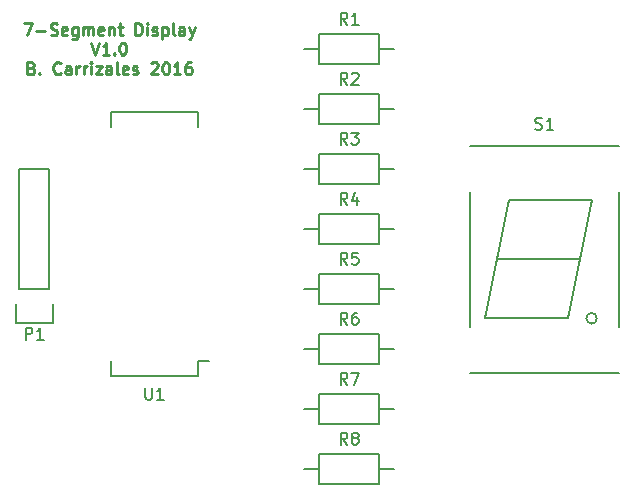
<source format=gto>
G04 #@! TF.FileFunction,Legend,Top*
%FSLAX46Y46*%
G04 Gerber Fmt 4.6, Leading zero omitted, Abs format (unit mm)*
G04 Created by KiCad (PCBNEW 4.0.2-stable) date Monday, September 05, 2016 'PMt' 12:23:40 PM*
%MOMM*%
G01*
G04 APERTURE LIST*
%ADD10C,0.100000*%
%ADD11C,0.250000*%
%ADD12C,0.150000*%
G04 APERTURE END LIST*
D10*
D11*
X112165714Y-70192381D02*
X112832381Y-70192381D01*
X112403809Y-71192381D01*
X113213333Y-70811429D02*
X113975238Y-70811429D01*
X114403809Y-71144762D02*
X114546666Y-71192381D01*
X114784762Y-71192381D01*
X114880000Y-71144762D01*
X114927619Y-71097143D01*
X114975238Y-71001905D01*
X114975238Y-70906667D01*
X114927619Y-70811429D01*
X114880000Y-70763810D01*
X114784762Y-70716190D01*
X114594285Y-70668571D01*
X114499047Y-70620952D01*
X114451428Y-70573333D01*
X114403809Y-70478095D01*
X114403809Y-70382857D01*
X114451428Y-70287619D01*
X114499047Y-70240000D01*
X114594285Y-70192381D01*
X114832381Y-70192381D01*
X114975238Y-70240000D01*
X115784762Y-71144762D02*
X115689524Y-71192381D01*
X115499047Y-71192381D01*
X115403809Y-71144762D01*
X115356190Y-71049524D01*
X115356190Y-70668571D01*
X115403809Y-70573333D01*
X115499047Y-70525714D01*
X115689524Y-70525714D01*
X115784762Y-70573333D01*
X115832381Y-70668571D01*
X115832381Y-70763810D01*
X115356190Y-70859048D01*
X116689524Y-70525714D02*
X116689524Y-71335238D01*
X116641905Y-71430476D01*
X116594286Y-71478095D01*
X116499047Y-71525714D01*
X116356190Y-71525714D01*
X116260952Y-71478095D01*
X116689524Y-71144762D02*
X116594286Y-71192381D01*
X116403809Y-71192381D01*
X116308571Y-71144762D01*
X116260952Y-71097143D01*
X116213333Y-71001905D01*
X116213333Y-70716190D01*
X116260952Y-70620952D01*
X116308571Y-70573333D01*
X116403809Y-70525714D01*
X116594286Y-70525714D01*
X116689524Y-70573333D01*
X117165714Y-71192381D02*
X117165714Y-70525714D01*
X117165714Y-70620952D02*
X117213333Y-70573333D01*
X117308571Y-70525714D01*
X117451429Y-70525714D01*
X117546667Y-70573333D01*
X117594286Y-70668571D01*
X117594286Y-71192381D01*
X117594286Y-70668571D02*
X117641905Y-70573333D01*
X117737143Y-70525714D01*
X117880000Y-70525714D01*
X117975238Y-70573333D01*
X118022857Y-70668571D01*
X118022857Y-71192381D01*
X118880000Y-71144762D02*
X118784762Y-71192381D01*
X118594285Y-71192381D01*
X118499047Y-71144762D01*
X118451428Y-71049524D01*
X118451428Y-70668571D01*
X118499047Y-70573333D01*
X118594285Y-70525714D01*
X118784762Y-70525714D01*
X118880000Y-70573333D01*
X118927619Y-70668571D01*
X118927619Y-70763810D01*
X118451428Y-70859048D01*
X119356190Y-70525714D02*
X119356190Y-71192381D01*
X119356190Y-70620952D02*
X119403809Y-70573333D01*
X119499047Y-70525714D01*
X119641905Y-70525714D01*
X119737143Y-70573333D01*
X119784762Y-70668571D01*
X119784762Y-71192381D01*
X120118095Y-70525714D02*
X120499047Y-70525714D01*
X120260952Y-70192381D02*
X120260952Y-71049524D01*
X120308571Y-71144762D01*
X120403809Y-71192381D01*
X120499047Y-71192381D01*
X121594286Y-71192381D02*
X121594286Y-70192381D01*
X121832381Y-70192381D01*
X121975239Y-70240000D01*
X122070477Y-70335238D01*
X122118096Y-70430476D01*
X122165715Y-70620952D01*
X122165715Y-70763810D01*
X122118096Y-70954286D01*
X122070477Y-71049524D01*
X121975239Y-71144762D01*
X121832381Y-71192381D01*
X121594286Y-71192381D01*
X122594286Y-71192381D02*
X122594286Y-70525714D01*
X122594286Y-70192381D02*
X122546667Y-70240000D01*
X122594286Y-70287619D01*
X122641905Y-70240000D01*
X122594286Y-70192381D01*
X122594286Y-70287619D01*
X123022857Y-71144762D02*
X123118095Y-71192381D01*
X123308571Y-71192381D01*
X123403810Y-71144762D01*
X123451429Y-71049524D01*
X123451429Y-71001905D01*
X123403810Y-70906667D01*
X123308571Y-70859048D01*
X123165714Y-70859048D01*
X123070476Y-70811429D01*
X123022857Y-70716190D01*
X123022857Y-70668571D01*
X123070476Y-70573333D01*
X123165714Y-70525714D01*
X123308571Y-70525714D01*
X123403810Y-70573333D01*
X123880000Y-70525714D02*
X123880000Y-71525714D01*
X123880000Y-70573333D02*
X123975238Y-70525714D01*
X124165715Y-70525714D01*
X124260953Y-70573333D01*
X124308572Y-70620952D01*
X124356191Y-70716190D01*
X124356191Y-71001905D01*
X124308572Y-71097143D01*
X124260953Y-71144762D01*
X124165715Y-71192381D01*
X123975238Y-71192381D01*
X123880000Y-71144762D01*
X124927619Y-71192381D02*
X124832381Y-71144762D01*
X124784762Y-71049524D01*
X124784762Y-70192381D01*
X125737144Y-71192381D02*
X125737144Y-70668571D01*
X125689525Y-70573333D01*
X125594287Y-70525714D01*
X125403810Y-70525714D01*
X125308572Y-70573333D01*
X125737144Y-71144762D02*
X125641906Y-71192381D01*
X125403810Y-71192381D01*
X125308572Y-71144762D01*
X125260953Y-71049524D01*
X125260953Y-70954286D01*
X125308572Y-70859048D01*
X125403810Y-70811429D01*
X125641906Y-70811429D01*
X125737144Y-70763810D01*
X126118096Y-70525714D02*
X126356191Y-71192381D01*
X126594287Y-70525714D02*
X126356191Y-71192381D01*
X126260953Y-71430476D01*
X126213334Y-71478095D01*
X126118096Y-71525714D01*
X117856191Y-71842381D02*
X118189524Y-72842381D01*
X118522858Y-71842381D01*
X119380001Y-72842381D02*
X118808572Y-72842381D01*
X119094286Y-72842381D02*
X119094286Y-71842381D01*
X118999048Y-71985238D01*
X118903810Y-72080476D01*
X118808572Y-72128095D01*
X119808572Y-72747143D02*
X119856191Y-72794762D01*
X119808572Y-72842381D01*
X119760953Y-72794762D01*
X119808572Y-72747143D01*
X119808572Y-72842381D01*
X120475238Y-71842381D02*
X120570477Y-71842381D01*
X120665715Y-71890000D01*
X120713334Y-71937619D01*
X120760953Y-72032857D01*
X120808572Y-72223333D01*
X120808572Y-72461429D01*
X120760953Y-72651905D01*
X120713334Y-72747143D01*
X120665715Y-72794762D01*
X120570477Y-72842381D01*
X120475238Y-72842381D01*
X120380000Y-72794762D01*
X120332381Y-72747143D01*
X120284762Y-72651905D01*
X120237143Y-72461429D01*
X120237143Y-72223333D01*
X120284762Y-72032857D01*
X120332381Y-71937619D01*
X120380000Y-71890000D01*
X120475238Y-71842381D01*
X112784762Y-73968571D02*
X112927619Y-74016190D01*
X112975238Y-74063810D01*
X113022857Y-74159048D01*
X113022857Y-74301905D01*
X112975238Y-74397143D01*
X112927619Y-74444762D01*
X112832381Y-74492381D01*
X112451428Y-74492381D01*
X112451428Y-73492381D01*
X112784762Y-73492381D01*
X112880000Y-73540000D01*
X112927619Y-73587619D01*
X112975238Y-73682857D01*
X112975238Y-73778095D01*
X112927619Y-73873333D01*
X112880000Y-73920952D01*
X112784762Y-73968571D01*
X112451428Y-73968571D01*
X113451428Y-74397143D02*
X113499047Y-74444762D01*
X113451428Y-74492381D01*
X113403809Y-74444762D01*
X113451428Y-74397143D01*
X113451428Y-74492381D01*
X115260952Y-74397143D02*
X115213333Y-74444762D01*
X115070476Y-74492381D01*
X114975238Y-74492381D01*
X114832380Y-74444762D01*
X114737142Y-74349524D01*
X114689523Y-74254286D01*
X114641904Y-74063810D01*
X114641904Y-73920952D01*
X114689523Y-73730476D01*
X114737142Y-73635238D01*
X114832380Y-73540000D01*
X114975238Y-73492381D01*
X115070476Y-73492381D01*
X115213333Y-73540000D01*
X115260952Y-73587619D01*
X116118095Y-74492381D02*
X116118095Y-73968571D01*
X116070476Y-73873333D01*
X115975238Y-73825714D01*
X115784761Y-73825714D01*
X115689523Y-73873333D01*
X116118095Y-74444762D02*
X116022857Y-74492381D01*
X115784761Y-74492381D01*
X115689523Y-74444762D01*
X115641904Y-74349524D01*
X115641904Y-74254286D01*
X115689523Y-74159048D01*
X115784761Y-74111429D01*
X116022857Y-74111429D01*
X116118095Y-74063810D01*
X116594285Y-74492381D02*
X116594285Y-73825714D01*
X116594285Y-74016190D02*
X116641904Y-73920952D01*
X116689523Y-73873333D01*
X116784761Y-73825714D01*
X116880000Y-73825714D01*
X117213333Y-74492381D02*
X117213333Y-73825714D01*
X117213333Y-74016190D02*
X117260952Y-73920952D01*
X117308571Y-73873333D01*
X117403809Y-73825714D01*
X117499048Y-73825714D01*
X117832381Y-74492381D02*
X117832381Y-73825714D01*
X117832381Y-73492381D02*
X117784762Y-73540000D01*
X117832381Y-73587619D01*
X117880000Y-73540000D01*
X117832381Y-73492381D01*
X117832381Y-73587619D01*
X118213333Y-73825714D02*
X118737143Y-73825714D01*
X118213333Y-74492381D01*
X118737143Y-74492381D01*
X119546667Y-74492381D02*
X119546667Y-73968571D01*
X119499048Y-73873333D01*
X119403810Y-73825714D01*
X119213333Y-73825714D01*
X119118095Y-73873333D01*
X119546667Y-74444762D02*
X119451429Y-74492381D01*
X119213333Y-74492381D01*
X119118095Y-74444762D01*
X119070476Y-74349524D01*
X119070476Y-74254286D01*
X119118095Y-74159048D01*
X119213333Y-74111429D01*
X119451429Y-74111429D01*
X119546667Y-74063810D01*
X120165714Y-74492381D02*
X120070476Y-74444762D01*
X120022857Y-74349524D01*
X120022857Y-73492381D01*
X120927620Y-74444762D02*
X120832382Y-74492381D01*
X120641905Y-74492381D01*
X120546667Y-74444762D01*
X120499048Y-74349524D01*
X120499048Y-73968571D01*
X120546667Y-73873333D01*
X120641905Y-73825714D01*
X120832382Y-73825714D01*
X120927620Y-73873333D01*
X120975239Y-73968571D01*
X120975239Y-74063810D01*
X120499048Y-74159048D01*
X121356191Y-74444762D02*
X121451429Y-74492381D01*
X121641905Y-74492381D01*
X121737144Y-74444762D01*
X121784763Y-74349524D01*
X121784763Y-74301905D01*
X121737144Y-74206667D01*
X121641905Y-74159048D01*
X121499048Y-74159048D01*
X121403810Y-74111429D01*
X121356191Y-74016190D01*
X121356191Y-73968571D01*
X121403810Y-73873333D01*
X121499048Y-73825714D01*
X121641905Y-73825714D01*
X121737144Y-73873333D01*
X122927620Y-73587619D02*
X122975239Y-73540000D01*
X123070477Y-73492381D01*
X123308573Y-73492381D01*
X123403811Y-73540000D01*
X123451430Y-73587619D01*
X123499049Y-73682857D01*
X123499049Y-73778095D01*
X123451430Y-73920952D01*
X122880001Y-74492381D01*
X123499049Y-74492381D01*
X124118096Y-73492381D02*
X124213335Y-73492381D01*
X124308573Y-73540000D01*
X124356192Y-73587619D01*
X124403811Y-73682857D01*
X124451430Y-73873333D01*
X124451430Y-74111429D01*
X124403811Y-74301905D01*
X124356192Y-74397143D01*
X124308573Y-74444762D01*
X124213335Y-74492381D01*
X124118096Y-74492381D01*
X124022858Y-74444762D01*
X123975239Y-74397143D01*
X123927620Y-74301905D01*
X123880001Y-74111429D01*
X123880001Y-73873333D01*
X123927620Y-73682857D01*
X123975239Y-73587619D01*
X124022858Y-73540000D01*
X124118096Y-73492381D01*
X125403811Y-74492381D02*
X124832382Y-74492381D01*
X125118096Y-74492381D02*
X125118096Y-73492381D01*
X125022858Y-73635238D01*
X124927620Y-73730476D01*
X124832382Y-73778095D01*
X126260954Y-73492381D02*
X126070477Y-73492381D01*
X125975239Y-73540000D01*
X125927620Y-73587619D01*
X125832382Y-73730476D01*
X125784763Y-73920952D01*
X125784763Y-74301905D01*
X125832382Y-74397143D01*
X125880001Y-74444762D01*
X125975239Y-74492381D01*
X126165716Y-74492381D01*
X126260954Y-74444762D01*
X126308573Y-74397143D01*
X126356192Y-74301905D01*
X126356192Y-74063810D01*
X126308573Y-73968571D01*
X126260954Y-73920952D01*
X126165716Y-73873333D01*
X125975239Y-73873333D01*
X125880001Y-73920952D01*
X125832382Y-73968571D01*
X125784763Y-74063810D01*
D12*
X114580000Y-93980000D02*
X114580000Y-95530000D01*
X114580000Y-95530000D02*
X111480000Y-95530000D01*
X111480000Y-95530000D02*
X111480000Y-93980000D01*
X111760000Y-92710000D02*
X111760000Y-82550000D01*
X111760000Y-82550000D02*
X114300000Y-82550000D01*
X114300000Y-82550000D02*
X114300000Y-92710000D01*
X111760000Y-92710000D02*
X114300000Y-92710000D01*
X137160000Y-71120000D02*
X142240000Y-71120000D01*
X142240000Y-71120000D02*
X142240000Y-73660000D01*
X142240000Y-73660000D02*
X137160000Y-73660000D01*
X137160000Y-73660000D02*
X137160000Y-71120000D01*
X137160000Y-72390000D02*
X135890000Y-72390000D01*
X142240000Y-72390000D02*
X143510000Y-72390000D01*
X137160000Y-76200000D02*
X142240000Y-76200000D01*
X142240000Y-76200000D02*
X142240000Y-78740000D01*
X142240000Y-78740000D02*
X137160000Y-78740000D01*
X137160000Y-78740000D02*
X137160000Y-76200000D01*
X137160000Y-77470000D02*
X135890000Y-77470000D01*
X142240000Y-77470000D02*
X143510000Y-77470000D01*
X137160000Y-81280000D02*
X142240000Y-81280000D01*
X142240000Y-81280000D02*
X142240000Y-83820000D01*
X142240000Y-83820000D02*
X137160000Y-83820000D01*
X137160000Y-83820000D02*
X137160000Y-81280000D01*
X137160000Y-82550000D02*
X135890000Y-82550000D01*
X142240000Y-82550000D02*
X143510000Y-82550000D01*
X137160000Y-86360000D02*
X142240000Y-86360000D01*
X142240000Y-86360000D02*
X142240000Y-88900000D01*
X142240000Y-88900000D02*
X137160000Y-88900000D01*
X137160000Y-88900000D02*
X137160000Y-86360000D01*
X137160000Y-87630000D02*
X135890000Y-87630000D01*
X142240000Y-87630000D02*
X143510000Y-87630000D01*
X137160000Y-91440000D02*
X142240000Y-91440000D01*
X142240000Y-91440000D02*
X142240000Y-93980000D01*
X142240000Y-93980000D02*
X137160000Y-93980000D01*
X137160000Y-93980000D02*
X137160000Y-91440000D01*
X137160000Y-92710000D02*
X135890000Y-92710000D01*
X142240000Y-92710000D02*
X143510000Y-92710000D01*
X137160000Y-96520000D02*
X142240000Y-96520000D01*
X142240000Y-96520000D02*
X142240000Y-99060000D01*
X142240000Y-99060000D02*
X137160000Y-99060000D01*
X137160000Y-99060000D02*
X137160000Y-96520000D01*
X137160000Y-97790000D02*
X135890000Y-97790000D01*
X142240000Y-97790000D02*
X143510000Y-97790000D01*
X137160000Y-101600000D02*
X142240000Y-101600000D01*
X142240000Y-101600000D02*
X142240000Y-104140000D01*
X142240000Y-104140000D02*
X137160000Y-104140000D01*
X137160000Y-104140000D02*
X137160000Y-101600000D01*
X137160000Y-102870000D02*
X135890000Y-102870000D01*
X142240000Y-102870000D02*
X143510000Y-102870000D01*
X137160000Y-106680000D02*
X142240000Y-106680000D01*
X142240000Y-106680000D02*
X142240000Y-109220000D01*
X142240000Y-109220000D02*
X137160000Y-109220000D01*
X137160000Y-109220000D02*
X137160000Y-106680000D01*
X137160000Y-107950000D02*
X135890000Y-107950000D01*
X142240000Y-107950000D02*
X143510000Y-107950000D01*
X160657214Y-95170000D02*
G75*
G03X160657214Y-95170000I-447214J0D01*
G01*
X153210000Y-85170000D02*
X152210000Y-90170000D01*
X152210000Y-90170000D02*
X151210000Y-95170000D01*
X151210000Y-95170000D02*
X158210000Y-95170000D01*
X158210000Y-95170000D02*
X159210000Y-90170000D01*
X160210000Y-85170000D02*
X159210000Y-90170000D01*
X159210000Y-90170000D02*
X152210000Y-90170000D01*
X153210000Y-85170000D02*
X160210000Y-85170000D01*
X162510000Y-99770000D02*
X149910000Y-99770000D01*
X149910000Y-84470000D02*
X149910000Y-95870000D01*
X162510000Y-84470000D02*
X162510000Y-95870000D01*
X149910000Y-80570000D02*
X162510000Y-80570000D01*
X126865000Y-100085000D02*
X126865000Y-98815000D01*
X119515000Y-100085000D02*
X119515000Y-98815000D01*
X119515000Y-77715000D02*
X119515000Y-78985000D01*
X126865000Y-77715000D02*
X126865000Y-78985000D01*
X126865000Y-100085000D02*
X119515000Y-100085000D01*
X126865000Y-77715000D02*
X119515000Y-77715000D01*
X126865000Y-98815000D02*
X127800000Y-98815000D01*
X112291905Y-96972381D02*
X112291905Y-95972381D01*
X112672858Y-95972381D01*
X112768096Y-96020000D01*
X112815715Y-96067619D01*
X112863334Y-96162857D01*
X112863334Y-96305714D01*
X112815715Y-96400952D01*
X112768096Y-96448571D01*
X112672858Y-96496190D01*
X112291905Y-96496190D01*
X113815715Y-96972381D02*
X113244286Y-96972381D01*
X113530000Y-96972381D02*
X113530000Y-95972381D01*
X113434762Y-96115238D01*
X113339524Y-96210476D01*
X113244286Y-96258095D01*
X139533334Y-70302381D02*
X139200000Y-69826190D01*
X138961905Y-70302381D02*
X138961905Y-69302381D01*
X139342858Y-69302381D01*
X139438096Y-69350000D01*
X139485715Y-69397619D01*
X139533334Y-69492857D01*
X139533334Y-69635714D01*
X139485715Y-69730952D01*
X139438096Y-69778571D01*
X139342858Y-69826190D01*
X138961905Y-69826190D01*
X140485715Y-70302381D02*
X139914286Y-70302381D01*
X140200000Y-70302381D02*
X140200000Y-69302381D01*
X140104762Y-69445238D01*
X140009524Y-69540476D01*
X139914286Y-69588095D01*
X139533334Y-75382381D02*
X139200000Y-74906190D01*
X138961905Y-75382381D02*
X138961905Y-74382381D01*
X139342858Y-74382381D01*
X139438096Y-74430000D01*
X139485715Y-74477619D01*
X139533334Y-74572857D01*
X139533334Y-74715714D01*
X139485715Y-74810952D01*
X139438096Y-74858571D01*
X139342858Y-74906190D01*
X138961905Y-74906190D01*
X139914286Y-74477619D02*
X139961905Y-74430000D01*
X140057143Y-74382381D01*
X140295239Y-74382381D01*
X140390477Y-74430000D01*
X140438096Y-74477619D01*
X140485715Y-74572857D01*
X140485715Y-74668095D01*
X140438096Y-74810952D01*
X139866667Y-75382381D01*
X140485715Y-75382381D01*
X139533334Y-80462381D02*
X139200000Y-79986190D01*
X138961905Y-80462381D02*
X138961905Y-79462381D01*
X139342858Y-79462381D01*
X139438096Y-79510000D01*
X139485715Y-79557619D01*
X139533334Y-79652857D01*
X139533334Y-79795714D01*
X139485715Y-79890952D01*
X139438096Y-79938571D01*
X139342858Y-79986190D01*
X138961905Y-79986190D01*
X139866667Y-79462381D02*
X140485715Y-79462381D01*
X140152381Y-79843333D01*
X140295239Y-79843333D01*
X140390477Y-79890952D01*
X140438096Y-79938571D01*
X140485715Y-80033810D01*
X140485715Y-80271905D01*
X140438096Y-80367143D01*
X140390477Y-80414762D01*
X140295239Y-80462381D01*
X140009524Y-80462381D01*
X139914286Y-80414762D01*
X139866667Y-80367143D01*
X139533334Y-85542381D02*
X139200000Y-85066190D01*
X138961905Y-85542381D02*
X138961905Y-84542381D01*
X139342858Y-84542381D01*
X139438096Y-84590000D01*
X139485715Y-84637619D01*
X139533334Y-84732857D01*
X139533334Y-84875714D01*
X139485715Y-84970952D01*
X139438096Y-85018571D01*
X139342858Y-85066190D01*
X138961905Y-85066190D01*
X140390477Y-84875714D02*
X140390477Y-85542381D01*
X140152381Y-84494762D02*
X139914286Y-85209048D01*
X140533334Y-85209048D01*
X139533334Y-90622381D02*
X139200000Y-90146190D01*
X138961905Y-90622381D02*
X138961905Y-89622381D01*
X139342858Y-89622381D01*
X139438096Y-89670000D01*
X139485715Y-89717619D01*
X139533334Y-89812857D01*
X139533334Y-89955714D01*
X139485715Y-90050952D01*
X139438096Y-90098571D01*
X139342858Y-90146190D01*
X138961905Y-90146190D01*
X140438096Y-89622381D02*
X139961905Y-89622381D01*
X139914286Y-90098571D01*
X139961905Y-90050952D01*
X140057143Y-90003333D01*
X140295239Y-90003333D01*
X140390477Y-90050952D01*
X140438096Y-90098571D01*
X140485715Y-90193810D01*
X140485715Y-90431905D01*
X140438096Y-90527143D01*
X140390477Y-90574762D01*
X140295239Y-90622381D01*
X140057143Y-90622381D01*
X139961905Y-90574762D01*
X139914286Y-90527143D01*
X139533334Y-95702381D02*
X139200000Y-95226190D01*
X138961905Y-95702381D02*
X138961905Y-94702381D01*
X139342858Y-94702381D01*
X139438096Y-94750000D01*
X139485715Y-94797619D01*
X139533334Y-94892857D01*
X139533334Y-95035714D01*
X139485715Y-95130952D01*
X139438096Y-95178571D01*
X139342858Y-95226190D01*
X138961905Y-95226190D01*
X140390477Y-94702381D02*
X140200000Y-94702381D01*
X140104762Y-94750000D01*
X140057143Y-94797619D01*
X139961905Y-94940476D01*
X139914286Y-95130952D01*
X139914286Y-95511905D01*
X139961905Y-95607143D01*
X140009524Y-95654762D01*
X140104762Y-95702381D01*
X140295239Y-95702381D01*
X140390477Y-95654762D01*
X140438096Y-95607143D01*
X140485715Y-95511905D01*
X140485715Y-95273810D01*
X140438096Y-95178571D01*
X140390477Y-95130952D01*
X140295239Y-95083333D01*
X140104762Y-95083333D01*
X140009524Y-95130952D01*
X139961905Y-95178571D01*
X139914286Y-95273810D01*
X139533334Y-100782381D02*
X139200000Y-100306190D01*
X138961905Y-100782381D02*
X138961905Y-99782381D01*
X139342858Y-99782381D01*
X139438096Y-99830000D01*
X139485715Y-99877619D01*
X139533334Y-99972857D01*
X139533334Y-100115714D01*
X139485715Y-100210952D01*
X139438096Y-100258571D01*
X139342858Y-100306190D01*
X138961905Y-100306190D01*
X139866667Y-99782381D02*
X140533334Y-99782381D01*
X140104762Y-100782381D01*
X139533334Y-105862381D02*
X139200000Y-105386190D01*
X138961905Y-105862381D02*
X138961905Y-104862381D01*
X139342858Y-104862381D01*
X139438096Y-104910000D01*
X139485715Y-104957619D01*
X139533334Y-105052857D01*
X139533334Y-105195714D01*
X139485715Y-105290952D01*
X139438096Y-105338571D01*
X139342858Y-105386190D01*
X138961905Y-105386190D01*
X140104762Y-105290952D02*
X140009524Y-105243333D01*
X139961905Y-105195714D01*
X139914286Y-105100476D01*
X139914286Y-105052857D01*
X139961905Y-104957619D01*
X140009524Y-104910000D01*
X140104762Y-104862381D01*
X140295239Y-104862381D01*
X140390477Y-104910000D01*
X140438096Y-104957619D01*
X140485715Y-105052857D01*
X140485715Y-105100476D01*
X140438096Y-105195714D01*
X140390477Y-105243333D01*
X140295239Y-105290952D01*
X140104762Y-105290952D01*
X140009524Y-105338571D01*
X139961905Y-105386190D01*
X139914286Y-105481429D01*
X139914286Y-105671905D01*
X139961905Y-105767143D01*
X140009524Y-105814762D01*
X140104762Y-105862381D01*
X140295239Y-105862381D01*
X140390477Y-105814762D01*
X140438096Y-105767143D01*
X140485715Y-105671905D01*
X140485715Y-105481429D01*
X140438096Y-105386190D01*
X140390477Y-105338571D01*
X140295239Y-105290952D01*
X155448095Y-79144762D02*
X155590952Y-79192381D01*
X155829048Y-79192381D01*
X155924286Y-79144762D01*
X155971905Y-79097143D01*
X156019524Y-79001905D01*
X156019524Y-78906667D01*
X155971905Y-78811429D01*
X155924286Y-78763810D01*
X155829048Y-78716190D01*
X155638571Y-78668571D01*
X155543333Y-78620952D01*
X155495714Y-78573333D01*
X155448095Y-78478095D01*
X155448095Y-78382857D01*
X155495714Y-78287619D01*
X155543333Y-78240000D01*
X155638571Y-78192381D01*
X155876667Y-78192381D01*
X156019524Y-78240000D01*
X156971905Y-79192381D02*
X156400476Y-79192381D01*
X156686190Y-79192381D02*
X156686190Y-78192381D01*
X156590952Y-78335238D01*
X156495714Y-78430476D01*
X156400476Y-78478095D01*
X122428095Y-101052381D02*
X122428095Y-101861905D01*
X122475714Y-101957143D01*
X122523333Y-102004762D01*
X122618571Y-102052381D01*
X122809048Y-102052381D01*
X122904286Y-102004762D01*
X122951905Y-101957143D01*
X122999524Y-101861905D01*
X122999524Y-101052381D01*
X123999524Y-102052381D02*
X123428095Y-102052381D01*
X123713809Y-102052381D02*
X123713809Y-101052381D01*
X123618571Y-101195238D01*
X123523333Y-101290476D01*
X123428095Y-101338095D01*
M02*

</source>
